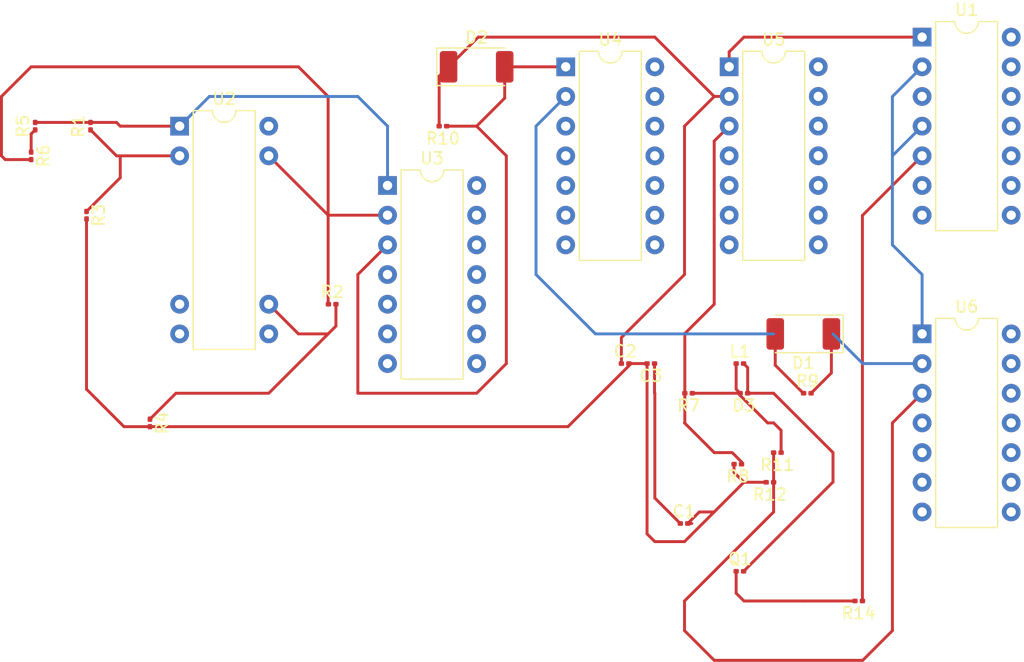
<source format=kicad_pcb>
(kicad_pcb (version 20221018) (generator pcbnew)
  (layers (0 "F.Cu" signal) (31 "B.Cu" signal) (34 "B.Paste" user) (35 "F.Paste" user) (36 "B.SilkS" user "B.Silkscreen") (37 "F.SilkS" user "F.Silkscreen") (38 "B.Mask" user) (39 "F.Mask" user) (44 "Edge.Cuts" user))
  (net 0 "")
  (net 1 "Net-(D3-K)")
  (net 2 "+5V")
  (net 3 "Net-(Q1-G)")
  (net 4 "Net-(U2A--)")
  (net 5 "Net-(R1-Pad2)")
  (net 6 "Net-(R2-Pad1)")
  (net 7 "Net-(U2B--)")
  (net 8 "GND")
  (net 9 "VCC")
  (net 10 "Net-(U5A-+)")
  (net 11 "Net-(D1-A)")
  (net 12 "Net-(D1-K)")
  (net 13 "Net-(D2-A)")
  (net 14 "Net-(D2-K)")
  (net 15 "Net-(U6A-+)")
  (net 16 "Net-(U1A-Q)")
  (net 21 "Net-(U1A-~{R})")
  (net 22 "Net-(U1A-D)")
  (footprint "Package_DIP:DIP-14_W7.62mm" (layer "F.Cu") (at 157.48 43.18)
    (fp_text reference "U1" (at 3.81 -2.33) (layer "F.SilkS"))
    (fp_text value "74HC74")
    (fp_line (start 1.16 -1.33) (end 1.16 16.57) (stroke (width 0.12)) (layer "F.SilkS"))
    (fp_line (start 1.16 16.57) (end 6.46 16.57) (stroke (width 0.12)) (layer "F.SilkS"))
    (fp_line (start 2.81 -1.33) (end 1.16 -1.33) (stroke (width 0.12)) (layer "F.SilkS"))
    (fp_line (start 6.46 -1.33) (end 4.81 -1.33) (stroke (width 0.12)) (layer "F.SilkS"))
    (fp_line (start 6.46 16.57) (end 6.46 -1.33) (stroke (width 0.12)) (layer "F.SilkS"))
    (fp_arc (start 4.81 -1.33) (mid 3.81 -0.33) (end 2.81 -1.33) (stroke (width 0.12)) (layer "F.SilkS"))
    (pad "1" thru_hole rect (at 0 0) (size 1.6 1.6) (drill 0.8) (layers "*.Cu" "*.Mask") (net 21 "Net-(U1A-~{R})"))
    (pad "2" thru_hole oval (at 0 2.54) (size 1.6 1.6) (drill 0.8) (layers "*.Cu" "*.Mask") (net 22 "Net-(U1A-D)"))
    (pad "3" thru_hole oval (at 0 5.08) (size 1.6 1.6) (drill 0.8) (layers "*.Cu" "*.Mask"))
    (pad "4" thru_hole oval (at 0 7.62) (size 1.6 1.6) (drill 0.8) (layers "*.Cu" "*.Mask") (net 22 "Net-(U1A-D)"))
    (pad "5" thru_hole oval (at 0 10.16) (size 1.6 1.6) (drill 0.8) (layers "*.Cu" "*.Mask") (net 16 "Net-(U1A-Q)"))
    (pad "6" thru_hole oval (at 0 12.7) (size 1.6 1.6) (drill 0.8) (layers "*.Cu" "*.Mask"))
    (pad "7" thru_hole oval (at 0 15.24) (size 1.6 1.6) (drill 0.8) (layers "*.Cu" "*.Mask"))
    (pad "8" thru_hole oval (at 7.62 15.24) (size 1.6 1.6) (drill 0.8) (layers "*.Cu" "*.Mask"))
    (pad "9" thru_hole oval (at 7.62 12.7) (size 1.6 1.6) (drill 0.8) (layers "*.Cu" "*.Mask"))
    (pad "10" thru_hole oval (at 7.62 10.16) (size 1.6 1.6) (drill 0.8) (layers "*.Cu" "*.Mask"))
    (pad "11" thru_hole oval (at 7.62 7.62) (size 1.6 1.6) (drill 0.8) (layers "*.Cu" "*.Mask"))
    (pad "12" thru_hole oval (at 7.62 5.08) (size 1.6 1.6) (drill 0.8) (layers "*.Cu" "*.Mask"))
    (pad "13" thru_hole oval (at 7.62 2.54) (size 1.6 1.6) (drill 0.8) (layers "*.Cu" "*.Mask"))
    (pad "14" thru_hole oval (at 7.62 0) (size 1.6 1.6) (drill 0.8) (layers "*.Cu" "*.Mask"))
  )
  (footprint "Capacitor_SMD:C_0201_0603Metric" (layer "F.Cu") (at 132.08 71.12)
    (fp_text reference "C2" (at 0 -1.05) (layer "F.SilkS"))
    (fp_text value "470uF")
    (pad "1" smd roundrect (at -0.32 0) (size 0.46 0.4) (layers "F.Cu" "F.Mask") (net 14 "Net-(D2-K)"))
    (pad "2" smd roundrect (at 0.32 0) (size 0.46 0.4) (layers "F.Cu" "F.Mask") (net 8 "GND"))
  )
  (footprint "Resistor_SMD:R_0201_0603Metric" (layer "F.Cu") (at 152.055 91.44 180)
    (fp_text reference "R14" (at 0 -1.05) (layer "F.SilkS"))
    (fp_text value "R")
    (pad "1" smd roundrect (at -0.32 0 180) (size 0.46 0.4) (layers "F.Cu" "F.Mask") (net 16 "Net-(U1A-Q)"))
    (pad "2" smd roundrect (at 0.32 0 180) (size 0.46 0.4) (layers "F.Cu" "F.Mask") (net 3 "Net-(Q1-G)"))
  )
  (footprint "Package_DIP:DIP-14_W7.62mm" (layer "F.Cu") (at 111.76 55.88)
    (fp_text reference "U3" (at 3.81 -2.33) (layer "F.SilkS"))
    (fp_text value "74HC00")
    (fp_line (start 1.16 -1.33) (end 1.16 16.57) (stroke (width 0.12)) (layer "F.SilkS"))
    (fp_line (start 1.16 16.57) (end 6.46 16.57) (stroke (width 0.12)) (layer "F.SilkS"))
    (fp_line (start 2.81 -1.33) (end 1.16 -1.33) (stroke (width 0.12)) (layer "F.SilkS"))
    (fp_line (start 6.46 -1.33) (end 4.81 -1.33) (stroke (width 0.12)) (layer "F.SilkS"))
    (fp_line (start 6.46 16.57) (end 6.46 -1.33) (stroke (width 0.12)) (layer "F.SilkS"))
    (fp_arc (start 4.81 -1.33) (mid 3.81 -0.33) (end 2.81 -1.33) (stroke (width 0.12)) (layer "F.SilkS"))
    (pad "1" thru_hole rect (at 0 0) (size 1.6 1.6) (drill 0.8) (layers "*.Cu" "*.Mask") (net 5 "Net-(R1-Pad2)"))
    (pad "2" thru_hole oval (at 0 2.54) (size 1.6 1.6) (drill 0.8) (layers "*.Cu" "*.Mask") (net 6 "Net-(R2-Pad1)"))
    (pad "3" thru_hole oval (at 0 5.08) (size 1.6 1.6) (drill 0.8) (layers "*.Cu" "*.Mask") (net 13 "Net-(D2-A)"))
    (pad "4" thru_hole oval (at 0 7.62) (size 1.6 1.6) (drill 0.8) (layers "*.Cu" "*.Mask"))
    (pad "5" thru_hole oval (at 0 10.16) (size 1.6 1.6) (drill 0.8) (layers "*.Cu" "*.Mask"))
    (pad "6" thru_hole oval (at 0 12.7) (size 1.6 1.6) (drill 0.8) (layers "*.Cu" "*.Mask"))
    (pad "7" thru_hole oval (at 0 15.24) (size 1.6 1.6) (drill 0.8) (layers "*.Cu" "*.Mask"))
    (pad "8" thru_hole oval (at 7.62 15.24) (size 1.6 1.6) (drill 0.8) (layers "*.Cu" "*.Mask"))
    (pad "9" thru_hole oval (at 7.62 12.7) (size 1.6 1.6) (drill 0.8) (layers "*.Cu" "*.Mask"))
    (pad "10" thru_hole oval (at 7.62 10.16) (size 1.6 1.6) (drill 0.8) (layers "*.Cu" "*.Mask"))
    (pad "11" thru_hole oval (at 7.62 7.62) (size 1.6 1.6) (drill 0.8) (layers "*.Cu" "*.Mask"))
    (pad "12" thru_hole oval (at 7.62 5.08) (size 1.6 1.6) (drill 0.8) (layers "*.Cu" "*.Mask"))
    (pad "13" thru_hole oval (at 7.62 2.54) (size 1.6 1.6) (drill 0.8) (layers "*.Cu" "*.Mask"))
    (pad "14" thru_hole oval (at 7.62 0) (size 1.6 1.6) (drill 0.8) (layers "*.Cu" "*.Mask"))
  )
  (footprint "Resistor_SMD:R_0201_0603Metric" (layer "F.Cu") (at 144.46 81.28 180)
    (fp_text reference "R12" (at 0 -1.05) (layer "F.SilkS"))
    (fp_text value "1k")
    (pad "1" smd roundrect (at -0.32 0 180) (size 0.46 0.4) (layers "F.Cu" "F.Mask") (net 15 "Net-(U6A-+)"))
    (pad "2" smd roundrect (at 0.32 0 180) (size 0.46 0.4) (layers "F.Cu" "F.Mask") (net 8 "GND"))
  )
  (footprint "Package_DIP:DIP-14_W7.62mm" (layer "F.Cu") (at 127 45.72)
    (fp_text reference "U4" (at 3.81 -2.33) (layer "F.SilkS"))
    (fp_text value "74HC04")
    (fp_line (start 1.16 -1.33) (end 1.16 16.57) (stroke (width 0.12)) (layer "F.SilkS"))
    (fp_line (start 1.16 16.57) (end 6.46 16.57) (stroke (width 0.12)) (layer "F.SilkS"))
    (fp_line (start 2.81 -1.33) (end 1.16 -1.33) (stroke (width 0.12)) (layer "F.SilkS"))
    (fp_line (start 6.46 -1.33) (end 4.81 -1.33) (stroke (width 0.12)) (layer "F.SilkS"))
    (fp_line (start 6.46 16.57) (end 6.46 -1.33) (stroke (width 0.12)) (layer "F.SilkS"))
    (fp_arc (start 4.81 -1.33) (mid 3.81 -0.33) (end 2.81 -1.33) (stroke (width 0.12)) (layer "F.SilkS"))
    (pad "1" thru_hole rect (at 0 0) (size 1.6 1.6) (drill 0.8) (layers "*.Cu" "*.Mask") (net 13 "Net-(D2-A)"))
    (pad "2" thru_hole oval (at 0 2.54) (size 1.6 1.6) (drill 0.8) (layers "*.Cu" "*.Mask") (net 11 "Net-(D1-A)"))
    (pad "3" thru_hole oval (at 0 5.08) (size 1.6 1.6) (drill 0.8) (layers "*.Cu" "*.Mask"))
    (pad "4" thru_hole oval (at 0 7.62) (size 1.6 1.6) (drill 0.8) (layers "*.Cu" "*.Mask"))
    (pad "5" thru_hole oval (at 0 10.16) (size 1.6 1.6) (drill 0.8) (layers "*.Cu" "*.Mask"))
    (pad "6" thru_hole oval (at 0 12.7) (size 1.6 1.6) (drill 0.8) (layers "*.Cu" "*.Mask"))
    (pad "7" thru_hole oval (at 0 15.24) (size 1.6 1.6) (drill 0.8) (layers "*.Cu" "*.Mask"))
    (pad "8" thru_hole oval (at 7.62 15.24) (size 1.6 1.6) (drill 0.8) (layers "*.Cu" "*.Mask"))
    (pad "9" thru_hole oval (at 7.62 12.7) (size 1.6 1.6) (drill 0.8) (layers "*.Cu" "*.Mask"))
    (pad "10" thru_hole oval (at 7.62 10.16) (size 1.6 1.6) (drill 0.8) (layers "*.Cu" "*.Mask"))
    (pad "11" thru_hole oval (at 7.62 7.62) (size 1.6 1.6) (drill 0.8) (layers "*.Cu" "*.Mask"))
    (pad "12" thru_hole oval (at 7.62 5.08) (size 1.6 1.6) (drill 0.8) (layers "*.Cu" "*.Mask"))
    (pad "13" thru_hole oval (at 7.62 2.54) (size 1.6 1.6) (drill 0.8) (layers "*.Cu" "*.Mask"))
    (pad "14" thru_hole oval (at 7.62 0) (size 1.6 1.6) (drill 0.8) (layers "*.Cu" "*.Mask"))
  )
  (footprint "Resistor_SMD:R_0201_0603Metric" (layer "F.Cu") (at 86.015 58.42 -90)
    (fp_text reference "R3" (at 0 -1.05 90) (layer "F.SilkS"))
    (fp_text value "10k")
    (pad "1" smd roundrect (at -0.32 0 270) (size 0.46 0.4) (layers "F.Cu" "F.Mask") (net 4 "Net-(U2A--)"))
    (pad "2" smd roundrect (at 0.32 0 270) (size 0.46 0.4) (layers "F.Cu" "F.Mask") (net 8 "GND"))
  )
  (footprint "Package_DIP:DIP-8-16_W7.62mm" (layer "F.Cu") (at 93.98 50.8)
    (fp_text reference "U2" (at 3.81 -2.33) (layer "F.SilkS"))
    (fp_text value "LM393")
    (fp_line (start 1.16 -1.33) (end 1.16 19.11) (stroke (width 0.12)) (layer "F.SilkS"))
    (fp_line (start 1.16 19.11) (end 6.46 19.11) (stroke (width 0.12)) (layer "F.SilkS"))
    (fp_line (start 2.81 -1.33) (end 1.16 -1.33) (stroke (width 0.12)) (layer "F.SilkS"))
    (fp_line (start 6.46 -1.33) (end 4.81 -1.33) (stroke (width 0.12)) (layer "F.SilkS"))
    (fp_line (start 6.46 19.11) (end 6.46 -1.33) (stroke (width 0.12)) (layer "F.SilkS"))
    (fp_arc (start 4.81 -1.33) (mid 3.81 -0.33) (end 2.81 -1.33) (stroke (width 0.12)) (layer "F.SilkS"))
    (pad "1" thru_hole rect (at 0 0) (size 1.6 1.6) (drill 0.8) (layers "*.Cu" "*.Mask") (net 5 "Net-(R1-Pad2)"))
    (pad "2" thru_hole circle (at 0 2.54) (size 1.6 1.6) (drill 0.8) (layers "*.Cu" "*.Mask") (net 4 "Net-(U2A--)"))
    (pad "3" thru_hole circle (at 0 15.24) (size 1.6 1.6) (drill 0.8) (layers "*.Cu" "*.Mask"))
    (pad "4" thru_hole circle (at 0 17.78) (size 1.6 1.6) (drill 0.8) (layers "*.Cu" "*.Mask"))
    (pad "5" thru_hole circle (at 7.62 17.78) (size 1.6 1.6) (drill 0.8) (layers "*.Cu" "*.Mask"))
    (pad "6" thru_hole circle (at 7.62 15.24) (size 1.6 1.6) (drill 0.8) (layers "*.Cu" "*.Mask") (net 7 "Net-(U2B--)"))
    (pad "7" thru_hole circle (at 7.62 2.54) (size 1.6 1.6) (drill 0.8) (layers "*.Cu" "*.Mask") (net 6 "Net-(R2-Pad1)"))
    (pad "8" thru_hole circle (at 7.62 0) (size 1.6 1.6) (drill 0.8) (layers "*.Cu" "*.Mask"))
  )
  (footprint "Package_DIP:DIP-14_W7.62mm" (layer "F.Cu") (at 157.48 68.58)
    (fp_text reference "U6" (at 3.81 -2.33) (layer "F.SilkS"))
    (fp_text value "LM324")
    (fp_line (start 1.16 -1.33) (end 1.16 16.57) (stroke (width 0.12)) (layer "F.SilkS"))
    (fp_line (start 1.16 16.57) (end 6.46 16.57) (stroke (width 0.12)) (layer "F.SilkS"))
    (fp_line (start 2.81 -1.33) (end 1.16 -1.33) (stroke (width 0.12)) (layer "F.SilkS"))
    (fp_line (start 6.46 -1.33) (end 4.81 -1.33) (stroke (width 0.12)) (layer "F.SilkS"))
    (fp_line (start 6.46 16.57) (end 6.46 -1.33) (stroke (width 0.12)) (layer "F.SilkS"))
    (fp_arc (start 4.81 -1.33) (mid 3.81 -0.33) (end 2.81 -1.33) (stroke (width 0.12)) (layer "F.SilkS"))
    (pad "1" thru_hole rect (at 0 0) (size 1.6 1.6) (drill 0.8) (layers "*.Cu" "*.Mask") (net 22 "Net-(U1A-D)"))
    (pad "2" thru_hole oval (at 0 2.54) (size 1.6 1.6) (drill 0.8) (layers "*.Cu" "*.Mask") (net 12 "Net-(D1-K)"))
    (pad "3" thru_hole oval (at 0 5.08) (size 1.6 1.6) (drill 0.8) (layers "*.Cu" "*.Mask") (net 15 "Net-(U6A-+)"))
    (pad "4" thru_hole oval (at 0 7.62) (size 1.6 1.6) (drill 0.8) (layers "*.Cu" "*.Mask"))
    (pad "5" thru_hole oval (at 0 10.16) (size 1.6 1.6) (drill 0.8) (layers "*.Cu" "*.Mask"))
    (pad "6" thru_hole oval (at 0 12.7) (size 1.6 1.6) (drill 0.8) (layers "*.Cu" "*.Mask"))
    (pad "7" thru_hole oval (at 0 15.24) (size 1.6 1.6) (drill 0.8) (layers "*.Cu" "*.Mask"))
    (pad "8" thru_hole oval (at 7.62 15.24) (size 1.6 1.6) (drill 0.8) (layers "*.Cu" "*.Mask"))
    (pad "9" thru_hole oval (at 7.62 12.7) (size 1.6 1.6) (drill 0.8) (layers "*.Cu" "*.Mask"))
    (pad "10" thru_hole oval (at 7.62 10.16) (size 1.6 1.6) (drill 0.8) (layers "*.Cu" "*.Mask"))
    (pad "11" thru_hole oval (at 7.62 7.62) (size 1.6 1.6) (drill 0.8) (layers "*.Cu" "*.Mask"))
    (pad "12" thru_hole oval (at 7.62 5.08) (size 1.6 1.6) (drill 0.8) (layers "*.Cu" "*.Mask"))
    (pad "13" thru_hole oval (at 7.62 2.54) (size 1.6 1.6) (drill 0.8) (layers "*.Cu" "*.Mask"))
    (pad "14" thru_hole oval (at 7.62 0) (size 1.6 1.6) (drill 0.8) (layers "*.Cu" "*.Mask"))
  )
  (footprint "Resistor_SMD:R_0201_0603Metric" (layer "F.Cu") (at 116.495 50.8 180)
    (fp_text reference "R10" (at 0 -1.05) (layer "F.SilkS"))
    (fp_text value "20k")
    (pad "1" smd roundrect (at -0.32 0 180) (size 0.46 0.4) (layers "F.Cu" "F.Mask") (net 13 "Net-(D2-A)"))
    (pad "2" smd roundrect (at 0.32 0 180) (size 0.46 0.4) (layers "F.Cu" "F.Mask") (net 14 "Net-(D2-K)"))
  )
  (footprint "Resistor_SMD:R_0201_0603Metric" (layer "F.Cu") (at 141.895 88.9)
    (fp_text reference "Q1" (at 0 -1.05) (layer "F.SilkS"))
    (fp_text value "IRLZ34N")
    (pad "1" smd roundrect (at -0.32 0) (size 0.46 0.4) (layers "F.Cu" "F.Mask") (net 3 "Net-(Q1-G)"))
    (pad "2" smd roundrect (at 0.32 0) (size 0.46 0.4) (layers "F.Cu" "F.Mask") (net 1 "Net-(D3-K)"))
  )
  (footprint "Diode_SMD:D_MELF" (layer "F.Cu") (at 119.38 45.72)
    (fp_text reference "D2" (at 0 -2.5) (layer "F.SilkS"))
    (fp_text value "DIODE")
    (fp_line (start -3.41 -1.61) (end -3.41 1.61) (stroke (width 0.12)) (layer "F.SilkS"))
    (fp_line (start -3.41 1.61) (end 2.4 1.61) (stroke (width 0.12)) (layer "F.SilkS"))
    (fp_line (start 2.4 -1.61) (end -3.41 -1.61) (stroke (width 0.12)) (layer "F.SilkS"))
    (pad "1" smd roundrect (at -2.4 0) (size 1.5 2.7) (layers "F.Cu" "F.Paste" "F.Mask") (roundrect_rratio 0.1666666667) (net 14 "Net-(D2-K)"))
    (pad "2" smd roundrect (at 2.4 0) (size 1.5 2.7) (layers "F.Cu" "F.Paste" "F.Mask") (roundrect_rratio 0.1666666667) (net 13 "Net-(D2-A)"))
  )
  (footprint "Capacitor_SMD:C_0201_0603Metric" (layer "F.Cu") (at 137.118088 84.81)
    (fp_text reference "C1" (at 0 -1.05) (layer "F.SilkS"))
    (fp_text value "47uF")
    (pad "1" smd roundrect (at -0.32 0) (size 0.46 0.4) (layers "F.Cu" "F.Mask") (net 12 "Net-(D1-K)"))
    (pad "2" smd roundrect (at 0.32 0) (size 0.46 0.4) (layers "F.Cu" "F.Mask") (net 8 "GND"))
  )
  (footprint "Resistor_SMD:R_0201_0603Metric" (layer "F.Cu") (at 81.625 50.8 90)
    (fp_text reference "R5" (at 0 -1.05 90) (layer "F.SilkS"))
    (fp_text value "10k")
    (pad "1" smd roundrect (at -0.32 0 90) (size 0.46 0.4) (layers "F.Cu" "F.Mask") (net 9 "VCC"))
    (pad "2" smd roundrect (at 0.32 0 90) (size 0.46 0.4) (layers "F.Cu" "F.Mask") (net 5 "Net-(R1-Pad2)"))
  )
  (footprint "Resistor_SMD:R_0201_0603Metric" (layer "F.Cu") (at 86.36 50.8 90)
    (fp_text reference "R1" (at 0 -1.05 90) (layer "F.SilkS"))
    (fp_text value "10k")
    (pad "1" smd roundrect (at -0.32 0 90) (size 0.46 0.4) (layers "F.Cu" "F.Mask") (net 4 "Net-(U2A--)"))
    (pad "2" smd roundrect (at 0.32 0 90) (size 0.46 0.4) (layers "F.Cu" "F.Mask") (net 5 "Net-(R1-Pad2)"))
  )
  (footprint "Capacitor_SMD:C_0201_0603Metric" (layer "F.Cu") (at 134.275 71.12 180)
    (fp_text reference "C3" (at 0 -1.05) (layer "F.SilkS"))
    (fp_text value "47uF")
    (pad "1" smd roundrect (at -0.32 0 180) (size 0.46 0.4) (layers "F.Cu" "F.Mask") (net 12 "Net-(D1-K)"))
    (pad "2" smd roundrect (at 0.32 0 180) (size 0.46 0.4) (layers "F.Cu" "F.Mask") (net 8 "GND"))
  )
  (footprint "Diode_SMD:D_MELF" (layer "F.Cu") (at 147.32 68.58 180)
    (fp_text reference "D1" (at 0 -2.5) (layer "F.SilkS"))
    (fp_text value "DIODE")
    (fp_line (start -3.41 -1.61) (end -3.41 1.61) (stroke (width 0.12)) (layer "F.SilkS"))
    (fp_line (start -3.41 1.61) (end 2.4 1.61) (stroke (width 0.12)) (layer "F.SilkS"))
    (fp_line (start 2.4 -1.61) (end -3.41 -1.61) (stroke (width 0.12)) (layer "F.SilkS"))
    (pad "1" smd roundrect (at -2.4 0 180) (size 1.5 2.7) (layers "F.Cu" "F.Paste" "F.Mask") (roundrect_rratio 0.1666666667) (net 12 "Net-(D1-K)"))
    (pad "2" smd roundrect (at 2.4 0 180) (size 1.5 2.7) (layers "F.Cu" "F.Paste" "F.Mask") (roundrect_rratio 0.1666666667) (net 11 "Net-(D1-A)"))
  )
  (footprint "Resistor_SMD:R_0201_0603Metric" (layer "F.Cu") (at 145.1 78.74 180)
    (fp_text reference "R11" (at 0 -1.05) (layer "F.SilkS"))
    (fp_text value "1k")
    (pad "1" smd roundrect (at -0.32 0 180) (size 0.46 0.4) (layers "F.Cu" "F.Mask") (net 2 "+5V"))
    (pad "2" smd roundrect (at 0.32 0 180) (size 0.46 0.4) (layers "F.Cu" "F.Mask") (net 15 "Net-(U6A-+)"))
  )
  (footprint "Resistor_SMD:R_0201_0603Metric" (layer "F.Cu") (at 147.665 73.66)
    (fp_text reference "R9" (at 0 -1.05) (layer "F.SilkS"))
    (fp_text value "10k")
    (pad "1" smd roundrect (at -0.32 0) (size 0.46 0.4) (layers "F.Cu" "F.Mask") (net 11 "Net-(D1-A)"))
    (pad "2" smd roundrect (at 0.32 0) (size 0.46 0.4) (layers "F.Cu" "F.Mask") (net 12 "Net-(D1-K)"))
  )
  (footprint "Resistor_SMD:R_0201_0603Metric" (layer "F.Cu") (at 141.895 71.12)
    (fp_text reference "L1" (at 0 -1.05) (layer "F.SilkS"))
    (fp_text value "L")
    (pad "1" smd roundrect (at -0.32 0) (size 0.46 0.4) (layers "F.Cu" "F.Mask") (net 2 "+5V"))
    (pad "2" smd roundrect (at 0.32 0) (size 0.46 0.4) (layers "F.Cu" "F.Mask") (net 1 "Net-(D3-K)"))
  )
  (footprint "Resistor_SMD:R_0201_0603Metric" (layer "F.Cu") (at 81.28 53.34 -90)
    (fp_text reference "R6" (at 0 -1.05 90) (layer "F.SilkS"))
    (fp_text value "10k" hide)
    (pad "1" smd roundrect (at -0.32 0 270) (size 0.46 0.4) (layers "F.Cu" "F.Mask") (net 9 "VCC"))
    (pad "2" smd roundrect (at 0.32 0 270) (size 0.46 0.4) (layers "F.Cu" "F.Mask") (net 6 "Net-(R2-Pad1)"))
  )
  (footprint "Resistor_SMD:R_0201_0603Metric" (layer "F.Cu") (at 142.24 73.66 180)
    (fp_text reference "D3" (at 0 -1.05) (layer "F.SilkS"))
    (fp_text value "DIODE")
    (pad "1" smd roundrect (at -0.32 0 180) (size 0.46 0.4) (layers "F.Cu" "F.Mask") (net 1 "Net-(D3-K)"))
    (pad "2" smd roundrect (at 0.32 0 180) (size 0.46 0.4) (layers "F.Cu" "F.Mask") (net 2 "+5V"))
  )
  (footprint "Package_DIP:DIP-14_W7.62mm" (layer "F.Cu") (at 140.98 45.715)
    (fp_text reference "U5" (at 3.81 -2.33) (layer "F.SilkS"))
    (fp_text value "LM324")
    (fp_line (start 1.16 -1.33) (end 1.16 16.57) (stroke (width 0.12)) (layer "F.SilkS"))
    (fp_line (start 1.16 16.57) (end 6.46 16.57) (stroke (width 0.12)) (layer "F.SilkS"))
    (fp_line (start 2.81 -1.33) (end 1.16 -1.33) (stroke (width 0.12)) (layer "F.SilkS"))
    (fp_line (start 6.46 -1.33) (end 4.81 -1.33) (stroke (width 0.12)) (layer "F.SilkS"))
    (fp_line (start 6.46 16.57) (end 6.46 -1.33) (stroke (width 0.12)) (layer "F.SilkS"))
    (fp_arc (start 4.81 -1.33) (mid 3.81 -0.33) (end 2.81 -1.33) (stroke (width 0.12)) (layer "F.SilkS"))
    (pad "1" thru_hole rect (at 0 0) (size 1.6 1.6) (drill 0.8) (layers "*.Cu" "*.Mask") (net 21 "Net-(U1A-~{R})"))
    (pad "2" thru_hole oval (at 0 2.54) (size 1.6 1.6) (drill 0.8) (layers "*.Cu" "*.Mask") (net 14 "Net-(D2-K)"))
    (pad "3" thru_hole oval (at 0 5.08) (size 1.6 1.6) (drill 0.8) (layers "*.Cu" "*.Mask") (net 10 "Net-(U5A-+)"))
    (pad "4" thru_hole oval (at 0 7.62) (size 1.6 1.6) (drill 0.8) (layers "*.Cu" "*.Mask"))
    (pad "5" thru_hole oval (at 0 10.16) (size 1.6 1.6) (drill 0.8) (layers "*.Cu" "*.Mask"))
    (pad "6" thru_hole oval (at 0 12.7) (size 1.6 1.6) (drill 0.8) (layers "*.Cu" "*.Mask"))
    (pad "7" thru_hole oval (at 0 15.24) (size 1.6 1.6) (drill 0.8) (layers "*.Cu" "*.Mask"))
    (pad "8" thru_hole oval (at 7.62 15.24) (size 1.6 1.6) (drill 0.8) (layers "*.Cu" "*.Mask"))
    (pad "9" thru_hole oval (at 7.62 12.7) (size 1.6 1.6) (drill 0.8) (layers "*.Cu" "*.Mask"))
    (pad "10" thru_hole oval (at 7.62 10.16) (size 1.6 1.6) (drill 0.8) (layers "*.Cu" "*.Mask"))
    (pad "11" thru_hole oval (at 7.62 7.62) (size 1.6 1.6) (drill 0.8) (layers "*.Cu" "*.Mask"))
    (pad "12" thru_hole oval (at 7.62 5.08) (size 1.6 1.6) (drill 0.8) (layers "*.Cu" "*.Mask"))
    (pad "13" thru_hole oval (at 7.62 2.54) (size 1.6 1.6) (drill 0.8) (layers "*.Cu" "*.Mask"))
    (pad "14" thru_hole oval (at 7.62 0) (size 1.6 1.6) (drill 0.8) (layers "*.Cu" "*.Mask"))
  )
  (footprint "Resistor_SMD:R_0201_0603Metric" (layer "F.Cu") (at 141.715576 79.73 180)
    (fp_text reference "R8" (at 0 -1.05) (layer "F.SilkS"))
    (fp_text value "1k")
    (pad "1" smd roundrect (at -0.32 0 180) (size 0.46 0.4) (layers "F.Cu" "F.Mask") (net 10 "Net-(U5A-+)"))
    (pad "2" smd roundrect (at 0.32 0 180) (size 0.46 0.4) (layers "F.Cu" "F.Mask") (net 8 "GND"))
  )
  (footprint "Resistor_SMD:R_0201_0603Metric" (layer "F.Cu") (at 91.44 76.2 -90)
    (fp_text reference "R4" (at 0 -1.05 90) (layer "F.SilkS"))
    (fp_text value "10k")
    (pad "1" smd roundrect (at -0.32 0 270) (size 0.46 0.4) (layers "F.Cu" "F.Mask") (net 7 "Net-(U2B--)"))
    (pad "2" smd roundrect (at 0.32 0 270) (size 0.46 0.4) (layers "F.Cu" "F.Mask") (net 8 "GND"))
  )
  (footprint "Resistor_SMD:R_0201_0603Metric" (layer "F.Cu") (at 107.025 66.04)
    (fp_text reference "R2" (at 0 -1.05) (layer "F.SilkS"))
    (fp_text value "10k")
    (pad "1" smd roundrect (at -0.32 0) (size 0.46 0.4) (layers "F.Cu" "F.Mask") (net 6 "Net-(R2-Pad1)"))
    (pad "2" smd roundrect (at 0.32 0) (size 0.46 0.4) (layers "F.Cu" "F.Mask") (net 7 "Net-(U2B--)"))
  )
  (footprint "Resistor_SMD:R_0201_0603Metric" (layer "F.Cu") (at 137.505 73.66 180)
    (fp_text reference "R7" (at 0 -1.05) (layer "F.SilkS"))
    (fp_text value "1k")
    (pad "1" smd roundrect (at -0.32 0 180) (size 0.46 0.4) (layers "F.Cu" "F.Mask") (net 2 "+5V"))
    (pad "2" smd roundrect (at 0.32 0 180) (size 0.46 0.4) (layers "F.Cu" "F.Mask") (net 10 "Net-(U5A-+)"))
  )
  (segment (start 142.56 71.465) (end 142.56 73.66) (width 0.25) (layer "F.Cu") (net 1))
  (segment (start 144.78 73.66) (end 149.86 78.74) (width 0.25) (layer "F.Cu") (net 1))
  (segment (start 142.215 71.12) (end 142.56 71.465) (width 0.25) (layer "F.Cu") (net 1))
  (segment (start 149.86 78.74) (end 149.86 81.255) (width 0.25) (layer "F.Cu") (net 1))
  (segment (start 142.56 73.66) (end 144.78 73.66) (width 0.25) (layer "F.Cu") (net 1))
  (segment (start 149.86 81.255) (end 142.215 88.9) (width 0.25) (layer "F.Cu") (net 1))
  (segment (start 141.92 73.851041) (end 141.92 73.66) (width 0.25) (layer "F.Cu") (net 2))
  (segment (start 145.42 78.74) (end 145.42 76.84) (width 0.25) (layer "F.Cu") (net 2))
  (segment (start 137.825 73.66) (end 141.92 73.66) (width 0.25) (layer "F.Cu") (net 2))
  (segment (start 145.42 76.84) (end 144.78 76.2) (width 0.25) (layer "F.Cu") (net 2))
  (segment (start 144.268959 76.2) (end 141.92 73.851041) (width 0.25) (layer "F.Cu") (net 2))
  (segment (start 144.78 76.2) (end 144.268959 76.2) (width 0.25) (layer "F.Cu") (net 2))
  (segment (start 141.575 71.12) (end 141.575 73.315) (width 0.25) (layer "F.Cu") (net 2))
  (segment (start 141.575 73.315) (end 141.92 73.66) (width 0.25) (layer "F.Cu") (net 2))
  (segment (start 141.575 88.9) (end 141.575 90.775) (width 0.25) (layer "F.Cu") (net 3))
  (segment (start 142.24 91.44) (end 147.32 91.44) (width 0.25) (layer "F.Cu") (net 3))
  (segment (start 147.32 91.44) (end 151.82 91.44) (width 0.25) (layer "F.Cu") (net 3))
  (segment (start 141.575 90.775) (end 142.24 91.44) (width 0.25) (layer "F.Cu") (net 3))
  (segment (start 88.9 53.34) (end 93.98 53.34) (width 0.25) (layer "F.Cu") (net 4))
  (segment (start 86.015 58.1) (end 88.9 55.215) (width 0.25) (layer "F.Cu") (net 4))
  (segment (start 88.58 53.34) (end 88.9 53.34) (width 0.25) (layer "F.Cu") (net 4))
  (segment (start 88.9 55.215) (end 88.9 53.34) (width 0.25) (layer "F.Cu") (net 4))
  (segment (start 86.36 51.12) (end 88.58 53.34) (width 0.25) (layer "F.Cu") (net 4))
  (segment (start 86.36 50.48) (end 88.58 50.48) (width 0.25) (layer "F.Cu") (net 5))
  (segment (start 88.9 50.8) (end 93.98 50.8) (width 0.25) (layer "F.Cu") (net 5))
  (segment (start 88.58 50.48) (end 88.9 50.8) (width 0.25) (layer "F.Cu") (net 5))
  (segment (start 81.625 50.48) (end 86.36 50.48) (width 0.25) (layer "F.Cu") (net 5))
  (segment (start 111.76 50.8) (end 111.76 55.88) (width 0.25) (layer "B.Cu") (net 5))
  (segment (start 96.52 48.26) (end 109.22 48.26) (width 0.25) (layer "B.Cu") (net 5))
  (segment (start 109.22 48.26) (end 111.76 50.8) (width 0.25) (layer "B.Cu") (net 5))
  (segment (start 93.98 50.8) (end 96.52 48.26) (width 0.25) (layer "B.Cu") (net 5))
  (segment (start 106.68 48.26) (end 106.68 58.42) (width 0.25) (layer "F.Cu") (net 6))
  (segment (start 101.6 53.34) (end 106.68 58.42) (width 0.25) (layer "F.Cu") (net 6))
  (segment (start 106.68 58.42) (end 111.76 58.42) (width 0.25) (layer "F.Cu") (net 6))
  (segment (start 78.74 53.34) (end 78.74 48.26) (width 0.25) (layer "F.Cu") (net 6))
  (segment (start 78.74 48.26) (end 81.28 45.72) (width 0.25) (layer "F.Cu") (net 6))
  (segment (start 81.28 53.66) (end 79.06 53.66) (width 0.25) (layer "F.Cu") (net 6))
  (segment (start 81.28 45.72) (end 104.14 45.72) (width 0.25) (layer "F.Cu") (net 6))
  (segment (start 79.06 53.66) (end 78.74 53.34) (width 0.25) (layer "F.Cu") (net 6))
  (segment (start 106.68 58.42) (end 106.68 66.04) (width 0.25) (layer "F.Cu") (net 6))
  (segment (start 104.14 45.72) (end 106.68 48.26) (width 0.25) (layer "F.Cu") (net 6))
  (segment (start 91.44 75.88) (end 93.66 73.66) (width 0.25) (layer "F.Cu") (net 7))
  (segment (start 101.6 73.66) (end 106.68 68.58) (width 0.25) (layer "F.Cu") (net 7))
  (segment (start 93.66 73.66) (end 101.6 73.66) (width 0.25) (layer "F.Cu") (net 7))
  (segment (start 104.14 68.58) (end 101.6 66.04) (width 0.25) (layer "F.Cu") (net 7))
  (segment (start 107.345 66.04) (end 107.345 67.915) (width 0.25) (layer "F.Cu") (net 7))
  (segment (start 107.345 67.915) (end 106.68 68.58) (width 0.25) (layer "F.Cu") (net 7))
  (segment (start 106.68 68.58) (end 104.14 68.58) (width 0.25) (layer "F.Cu") (net 7))
  (segment (start 141.395576 79.73) (end 141.395576 80.435576) (width 0.25) (layer "F.Cu") (net 8))
  (segment (start 139.7 83.82) (end 138.428088 83.82) (width 0.25) (layer "F.Cu") (net 8))
  (segment (start 132.4 71.12) (end 133.955 71.12) (width 0.25) (layer "F.Cu") (net 8))
  (segment (start 91.44 76.52) (end 127.191041 76.52) (width 0.25) (layer "F.Cu") (net 8))
  (segment (start 141.395576 80.435576) (end 142.24 81.28) (width 0.25) (layer "F.Cu") (net 8))
  (segment (start 137.16 86.36) (end 139.7 83.82) (width 0.25) (layer "F.Cu") (net 8))
  (segment (start 137.438088 84.81) (end 137.786617 84.81) (width 0.25) (layer "F.Cu") (net 8))
  (segment (start 127.191041 76.52) (end 132.4 71.311041) (width 0.25) (layer "F.Cu") (net 8))
  (segment (start 86.015 73.315) (end 89.22 76.52) (width 0.25) (layer "F.Cu") (net 8))
  (segment (start 138.428088 83.82) (end 137.438088 84.81) (width 0.25) (layer "F.Cu") (net 8))
  (segment (start 142.24 81.28) (end 139.7 83.82) (width 0.25) (layer "F.Cu") (net 8))
  (segment (start 132.4 71.311041) (end 132.4 71.12) (width 0.25) (layer "F.Cu") (net 8))
  (segment (start 86.015 58.74) (end 86.015 73.315) (width 0.25) (layer "F.Cu") (net 8))
  (segment (start 89.22 76.52) (end 91.44 76.52) (width 0.25) (layer "F.Cu") (net 8))
  (segment (start 133.955 85.695) (end 134.62 86.36) (width 0.25) (layer "F.Cu") (net 8))
  (segment (start 133.955 71.12) (end 133.955 85.695) (width 0.25) (layer "F.Cu") (net 8))
  (segment (start 142.24 81.28) (end 144.14 81.28) (width 0.25) (layer "F.Cu") (net 8))
  (segment (start 134.62 86.36) (end 137.16 86.36) (width 0.25) (layer "F.Cu") (net 8))
  (segment (start 81.28 51.465) (end 81.625 51.12) (width 0.25) (layer "F.Cu") (net 9))
  (segment (start 81.28 53.02) (end 81.28 51.465) (width 0.25) (layer "F.Cu") (net 9))
  (segment (start 137.185 73.66) (end 137.185 68.555) (width 0.25) (layer "F.Cu") (net 10))
  (segment (start 137.185 73.66) (end 137.185 76.175) (width 0.25) (layer "F.Cu") (net 10))
  (segment (start 137.185 76.175) (end 137.16 76.2) (width 0.25) (layer "F.Cu") (net 10))
  (segment (start 139.7 52.075) (end 140.98 50.795) (width 0.25) (layer "F.Cu") (net 10))
  (segment (start 137.185 68.555) (end 139.7 66.04) (width 0.25) (layer "F.Cu") (net 10))
  (segment (start 139.7 66.04) (end 139.7 52.075) (width 0.25) (layer "F.Cu") (net 10))
  (segment (start 139.7 78.74) (end 141.236617 78.74) (width 0.25) (layer "F.Cu") (net 10))
  (segment (start 137.16 76.2) (end 139.7 78.74) (width 0.25) (layer "F.Cu") (net 10))
  (segment (start 142.035576 79.538959) (end 142.035576 79.73) (width 0.25) (layer "F.Cu") (net 10))
  (segment (start 141.236617 78.74) (end 142.035576 79.538959) (width 0.25) (layer "F.Cu") (net 10))
  (segment (start 147.32 73.66) (end 147.345 73.66) (width 0.25) (layer "F.Cu") (net 11))
  (segment (start 144.92 68.58) (end 144.92 71.26) (width 0.25) (layer "F.Cu") (net 11))
  (segment (start 144.92 71.26) (end 147.32 73.66) (width 0.25) (layer "F.Cu") (net 11))
  (segment (start 129.54 68.58) (end 144.78 68.58) (width 0.25) (layer "B.Cu") (net 11))
  (segment (start 127 48.26) (end 124.46 50.8) (width 0.25) (layer "B.Cu") (net 11))
  (segment (start 124.46 63.5) (end 129.54 68.58) (width 0.25) (layer "B.Cu") (net 11))
  (segment (start 124.46 50.8) (end 124.46 63.5) (width 0.25) (layer "B.Cu") (net 11))
  (segment (start 134.595 71.12) (end 134.62 71.12) (width 0.25) (layer "F.Cu") (net 12))
  (segment (start 134.62 73.66) (end 134.62 82.631912) (width 0.25) (layer "F.Cu") (net 12))
  (segment (start 134.595 71.12) (end 134.595 73.635) (width 0.25) (layer "F.Cu") (net 12))
  (segment (start 149.72 71.925) (end 147.985 73.66) (width 0.25) (layer "F.Cu") (net 12))
  (segment (start 134.62 82.631912) (end 136.798088 84.81) (width 0.25) (layer "F.Cu") (net 12))
  (segment (start 134.595 73.635) (end 134.62 73.66) (width 0.25) (layer "F.Cu") (net 12))
  (segment (start 149.72 68.58) (end 149.72 71.925) (width 0.25) (layer "F.Cu") (net 12))
  (segment (start 157.48 71.12) (end 152.4 71.12) (width 0.25) (layer "B.Cu") (net 12))
  (segment (start 152.4 71.12) (end 149.86 68.58) (width 0.25) (layer "B.Cu") (net 12))
  (segment (start 119.38 50.8) (end 121.78 48.4) (width 0.25) (layer "F.Cu") (net 13))
  (segment (start 121.78 48.4) (end 121.78 45.72) (width 0.25) (layer "F.Cu") (net 13))
  (segment (start 109.22 63.5) (end 109.22 73.66) (width 0.25) (layer "F.Cu") (net 13))
  (segment (start 127 45.72) (end 121.78 45.72) (width 0.25) (layer "F.Cu") (net 13))
  (segment (start 109.22 73.66) (end 119.38 73.66) (width 0.25) (layer "F.Cu") (net 13))
  (segment (start 119.38 73.66) (end 121.92 71.12) (width 0.25) (layer "F.Cu") (net 13))
  (segment (start 111.76 60.96) (end 109.22 63.5) (width 0.25) (layer "F.Cu") (net 13))
  (segment (start 121.92 71.12) (end 121.92 53.34) (width 0.25) (layer "F.Cu") (net 13))
  (segment (start 121.92 53.34) (end 119.38 50.8) (width 0.25) (layer "F.Cu") (net 13))
  (segment (start 119.38 50.8) (end 116.815 50.8) (width 0.25) (layer "F.Cu") (net 13))
  (segment (start 139.705 48.255) (end 140.98 48.255) (width 0.25) (layer "F.Cu") (net 14))
  (segment (start 116.98 45.72) (end 116.175 46.525) (width 0.25) (layer "F.Cu") (net 14))
  (segment (start 139.7 48.26) (end 137.16 50.8) (width 0.25) (layer "F.Cu") (net 14))
  (segment (start 137.16 50.8) (end 137.16 63.5) (width 0.25) (layer "F.Cu") (net 14))
  (segment (start 131.76 68.9) (end 131.76 71.12) (width 0.25) (layer "F.Cu") (net 14))
  (segment (start 139.7 48.26) (end 139.705 48.255) (width 0.25) (layer "F.Cu") (net 14))
  (segment (start 134.62 43.18) (end 139.7 48.26) (width 0.25) (layer "F.Cu") (net 14))
  (segment (start 119.52 43.18) (end 116.98 45.72) (width 0.25) (layer "F.Cu") (net 14))
  (segment (start 137.16 63.5) (end 131.76 68.9) (width 0.25) (layer "F.Cu") (net 14))
  (segment (start 116.175 46.525) (end 116.175 50.8) (width 0.25) (layer "F.Cu") (net 14))
  (segment (start 134.62 43.18) (end 119.52 43.18) (width 0.25) (layer "F.Cu") (net 14))
  (segment (start 139.7 96.52) (end 152.4 96.52) (width 0.25) (layer "F.Cu") (net 15))
  (segment (start 154.94 93.98) (end 154.94 76.2) (width 0.25) (layer "F.Cu") (net 15))
  (segment (start 152.4 96.52) (end 154.94 93.98) (width 0.25) (layer "F.Cu") (net 15))
  (segment (start 154.94 76.2) (end 157.48 73.66) (width 0.25) (layer "F.Cu") (net 15))
  (segment (start 144.78 83.82) (end 137.16 91.44) (width 0.25) (layer "F.Cu") (net 15))
  (segment (start 137.16 93.98) (end 139.7 96.52) (width 0.25) (layer "F.Cu") (net 15))
  (segment (start 137.16 91.44) (end 137.16 93.98) (width 0.25) (layer "F.Cu") (net 15))
  (segment (start 144.78 81.28) (end 144.78 83.82) (width 0.25) (layer "F.Cu") (net 15))
  (segment (start 144.78 78.74) (end 144.78 81.28) (width 0.25) (layer "F.Cu") (net 15))
  (segment (start 152.375 91.44) (end 152.375 58.445) (width 0.25) (layer "F.Cu") (net 16))
  (segment (start 152.375 58.445) (end 157.48 53.34) (width 0.25) (layer "F.Cu") (net 16))
  (segment (start 140.98 45.715) (end 140.98 44.44) (width 0.25) (layer "F.Cu") (net 21))
  (segment (start 140.98 44.44) (end 142.24 43.18) (width 0.25) (layer "F.Cu") (net 21))
  (segment (start 157.48 43.18) (end 142.24 43.18) (width 0.25) (layer "F.Cu") (net 21))
  (segment (start 154.94 53.34) (end 154.94 48.26) (width 0.25) (layer "B.Cu") (net 22))
  (segment (start 154.94 60.96) (end 154.94 53.34) (width 0.25) (layer "B.Cu") (net 22))
  (segment (start 157.48 63.5) (end 154.94 60.96) (width 0.25) (layer "B.Cu") (net 22))
  (segment (start 154.94 48.26) (end 157.48 45.72) (width 0.25) (layer "B.Cu") (net 22))
  (segment (start 154.94 53.34) (end 157.48 50.8) (width 0.25) (layer "B.Cu") (net 22))
  (segment (start 157.48 68.58) (end 157.48 63.5) (width 0.25) (layer "B.Cu") (net 22))
)
</source>
